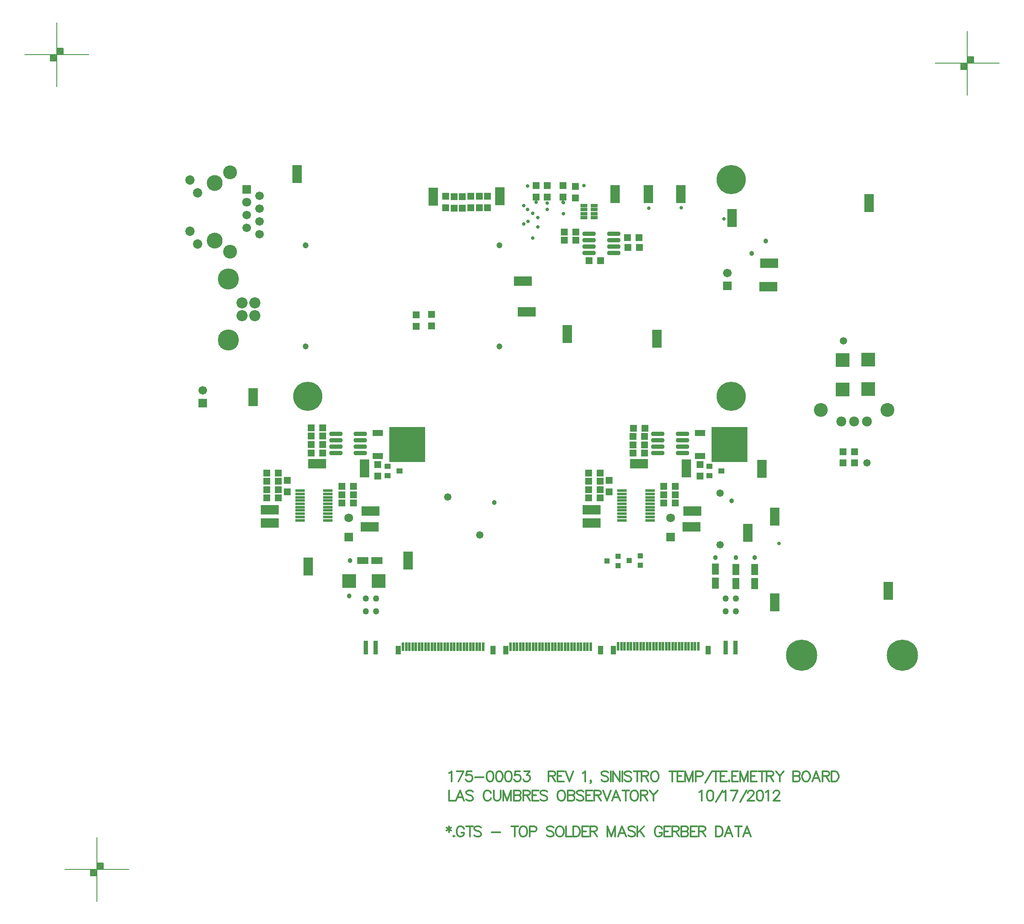
<source format=gts>
%FSLAX23Y23*%
%MOIN*%
G70*
G01*
G75*
G04 Layer_Color=8388736*
%ADD10R,0.050X0.050*%
%ADD11R,0.045X0.017*%
%ADD12R,0.050X0.050*%
%ADD13R,0.048X0.078*%
%ADD14R,0.078X0.048*%
%ADD15R,0.100X0.100*%
%ADD16R,0.272X0.268*%
%ADD17R,0.075X0.037*%
%ADD18R,0.037X0.035*%
%ADD19R,0.037X0.035*%
%ADD20R,0.036X0.036*%
%ADD21R,0.070X0.135*%
%ADD22R,0.135X0.070*%
%ADD23O,0.098X0.028*%
%ADD24R,0.065X0.012*%
%ADD25R,0.030X0.100*%
%ADD26R,0.014X0.060*%
%ADD27R,0.031X0.060*%
%ADD28R,0.100X0.100*%
%ADD29C,0.005*%
%ADD30C,0.025*%
%ADD31C,0.008*%
%ADD32C,0.010*%
%ADD33C,0.050*%
%ADD34C,0.006*%
%ADD35C,0.012*%
%ADD36C,0.012*%
%ADD37C,0.012*%
%ADD38C,0.100*%
%ADD39C,0.065*%
%ADD40C,0.116*%
%ADD41C,0.063*%
%ADD42C,0.059*%
%ADD43R,0.059X0.059*%
%ADD44C,0.157*%
%ADD45C,0.079*%
%ADD46R,0.059X0.059*%
%ADD47C,0.059*%
%ADD48C,0.020*%
%ADD49C,0.060*%
%ADD50R,0.060X0.060*%
%ADD51C,0.070*%
%ADD52C,0.039*%
%ADD53C,0.220*%
%ADD54C,0.050*%
%ADD55C,0.236*%
%ADD56C,0.030*%
%ADD57C,0.040*%
%ADD58C,0.103*%
%ADD59C,0.080*%
%ADD60C,0.168*%
%ADD61C,0.075*%
%ADD62C,0.131*%
%ADD63C,0.076*%
%ADD64C,0.075*%
G04:AMPARAMS|DCode=65|XSize=95.433mil|YSize=95.433mil|CornerRadius=0mil|HoleSize=0mil|Usage=FLASHONLY|Rotation=0.000|XOffset=0mil|YOffset=0mil|HoleType=Round|Shape=Relief|Width=10mil|Gap=10mil|Entries=4|*
%AMTHD65*
7,0,0,0.095,0.075,0.010,45*
%
%ADD65THD65*%
G04:AMPARAMS|DCode=66|XSize=90mil|YSize=90mil|CornerRadius=0mil|HoleSize=0mil|Usage=FLASHONLY|Rotation=0.000|XOffset=0mil|YOffset=0mil|HoleType=Round|Shape=Relief|Width=10mil|Gap=10mil|Entries=4|*
%AMTHD66*
7,0,0,0.090,0.070,0.010,45*
%
%ADD66THD66*%
%ADD67C,0.080*%
%ADD68C,0.206*%
G04:AMPARAMS|DCode=69|XSize=85mil|YSize=85mil|CornerRadius=0mil|HoleSize=0mil|Usage=FLASHONLY|Rotation=0.000|XOffset=0mil|YOffset=0mil|HoleType=Round|Shape=Relief|Width=10mil|Gap=10mil|Entries=4|*
%AMTHD69*
7,0,0,0.085,0.065,0.010,45*
%
%ADD69THD69*%
%ADD70C,0.158*%
G04:AMPARAMS|DCode=71|XSize=70mil|YSize=70mil|CornerRadius=0mil|HoleSize=0mil|Usage=FLASHONLY|Rotation=0.000|XOffset=0mil|YOffset=0mil|HoleType=Round|Shape=Relief|Width=10mil|Gap=10mil|Entries=4|*
%AMTHD71*
7,0,0,0.070,0.050,0.010,45*
%
%ADD71THD71*%
%ADD72C,0.068*%
%ADD73C,0.055*%
G04:AMPARAMS|DCode=74|XSize=75mil|YSize=75mil|CornerRadius=0mil|HoleSize=0mil|Usage=FLASHONLY|Rotation=0.000|XOffset=0mil|YOffset=0mil|HoleType=Round|Shape=Relief|Width=10mil|Gap=10mil|Entries=4|*
%AMTHD74*
7,0,0,0.075,0.055,0.010,45*
%
%ADD74THD74*%
G04:AMPARAMS|DCode=75|XSize=123mil|YSize=123mil|CornerRadius=0mil|HoleSize=0mil|Usage=FLASHONLY|Rotation=0.000|XOffset=0mil|YOffset=0mil|HoleType=Round|Shape=Relief|Width=10mil|Gap=10mil|Entries=4|*
%AMTHD75*
7,0,0,0.123,0.103,0.010,45*
%
%ADD75THD75*%
G04:AMPARAMS|DCode=76|XSize=100mil|YSize=100mil|CornerRadius=0mil|HoleSize=0mil|Usage=FLASHONLY|Rotation=0.000|XOffset=0mil|YOffset=0mil|HoleType=Round|Shape=Relief|Width=10mil|Gap=10mil|Entries=4|*
%AMTHD76*
7,0,0,0.100,0.080,0.010,45*
%
%ADD76THD76*%
G04:AMPARAMS|DCode=77|XSize=150.551mil|YSize=150.551mil|CornerRadius=0mil|HoleSize=0mil|Usage=FLASHONLY|Rotation=0.000|XOffset=0mil|YOffset=0mil|HoleType=Round|Shape=Relief|Width=10mil|Gap=10mil|Entries=4|*
%AMTHD77*
7,0,0,0.151,0.131,0.010,45*
%
%ADD77THD77*%
G04:AMPARAMS|DCode=78|XSize=96.221mil|YSize=96.221mil|CornerRadius=0mil|HoleSize=0mil|Usage=FLASHONLY|Rotation=0.000|XOffset=0mil|YOffset=0mil|HoleType=Round|Shape=Relief|Width=10mil|Gap=10mil|Entries=4|*
%AMTHD78*
7,0,0,0.096,0.076,0.010,45*
%
%ADD78THD78*%
G04:AMPARAMS|DCode=79|XSize=88mil|YSize=88mil|CornerRadius=0mil|HoleSize=0mil|Usage=FLASHONLY|Rotation=0.000|XOffset=0mil|YOffset=0mil|HoleType=Round|Shape=Relief|Width=10mil|Gap=10mil|Entries=4|*
%AMTHD79*
7,0,0,0.088,0.068,0.010,45*
%
%ADD79THD79*%
%ADD80R,0.100X0.025*%
%ADD81R,0.012X0.057*%
%ADD82R,0.185X0.025*%
%ADD83R,0.035X0.053*%
%ADD84R,0.053X0.053*%
%ADD85R,0.709X0.020*%
%ADD86R,0.016X0.085*%
%ADD87C,0.010*%
%ADD88C,0.010*%
%ADD89C,0.008*%
%ADD90C,0.007*%
%ADD91R,0.170X0.118*%
%ADD92R,0.058X0.058*%
%ADD93R,0.053X0.025*%
%ADD94R,0.058X0.058*%
%ADD95R,0.056X0.086*%
%ADD96R,0.086X0.056*%
%ADD97R,0.108X0.108*%
%ADD98R,0.280X0.276*%
%ADD99R,0.083X0.045*%
%ADD100R,0.045X0.043*%
%ADD101R,0.045X0.043*%
%ADD102R,0.044X0.044*%
%ADD103R,0.078X0.143*%
%ADD104R,0.143X0.078*%
%ADD105O,0.106X0.036*%
%ADD106R,0.073X0.020*%
%ADD107R,0.038X0.108*%
%ADD108R,0.022X0.068*%
%ADD109R,0.039X0.068*%
%ADD110R,0.108X0.108*%
%ADD111C,0.108*%
%ADD112C,0.073*%
%ADD113C,0.124*%
%ADD114C,0.071*%
%ADD115C,0.067*%
%ADD116R,0.067X0.067*%
%ADD117C,0.165*%
%ADD118C,0.087*%
%ADD119R,0.067X0.067*%
%ADD120C,0.067*%
%ADD121C,0.028*%
%ADD122R,0.068X0.068*%
%ADD123C,0.078*%
%ADD124C,0.047*%
%ADD125C,0.228*%
%ADD126C,0.244*%
%ADD127C,0.058*%
%ADD128C,0.038*%
D31*
X58873Y37990D02*
Y38490D01*
X58623Y38240D02*
X59123D01*
X58823Y38190D02*
X58873D01*
X58823D02*
Y38240D01*
X58873Y38290D02*
X58923D01*
Y38240D02*
Y38290D01*
X58878Y38245D02*
Y38285D01*
X58918D01*
Y38245D02*
Y38285D01*
X58878Y38245D02*
X58918D01*
X58883Y38250D02*
Y38280D01*
X58913D01*
Y38250D02*
Y38280D01*
X58888Y38250D02*
X58913D01*
X58888Y38255D02*
Y38275D01*
X58908D01*
Y38255D02*
Y38275D01*
X58893Y38255D02*
X58908D01*
X58893Y38260D02*
Y38270D01*
X58903D01*
Y38260D02*
Y38270D01*
X58893Y38260D02*
X58903D01*
X58898D02*
Y38270D01*
X58828Y38195D02*
Y38235D01*
X58868D01*
Y38195D02*
Y38235D01*
X58828Y38195D02*
X58868D01*
X58833Y38200D02*
Y38230D01*
X58863D01*
Y38200D02*
Y38230D01*
X58838Y38200D02*
X58863D01*
X58838Y38205D02*
Y38225D01*
X58858D01*
Y38205D02*
Y38225D01*
X58843Y38205D02*
X58858D01*
X58843Y38210D02*
Y38220D01*
X58853D01*
Y38210D02*
Y38220D01*
X58843Y38210D02*
X58853D01*
X58848D02*
Y38220D01*
X51765Y38056D02*
Y38556D01*
X51515Y38306D02*
X52015D01*
X51715Y38256D02*
X51765D01*
X51715D02*
Y38306D01*
X51765Y38356D02*
X51815D01*
Y38306D02*
Y38356D01*
X51770Y38311D02*
Y38351D01*
X51810D01*
Y38311D02*
Y38351D01*
X51770Y38311D02*
X51810D01*
X51775Y38316D02*
Y38346D01*
X51805D01*
Y38316D02*
Y38346D01*
X51780Y38316D02*
X51805D01*
X51780Y38321D02*
Y38341D01*
X51800D01*
Y38321D02*
Y38341D01*
X51785Y38321D02*
X51800D01*
X51785Y38326D02*
Y38336D01*
X51795D01*
Y38326D02*
Y38336D01*
X51785Y38326D02*
X51795D01*
X51790D02*
Y38336D01*
X51720Y38261D02*
Y38301D01*
X51760D01*
Y38261D02*
Y38301D01*
X51720Y38261D02*
X51760D01*
X51725Y38266D02*
Y38296D01*
X51755D01*
Y38266D02*
Y38296D01*
X51730Y38266D02*
X51755D01*
X51730Y38271D02*
Y38291D01*
X51750D01*
Y38271D02*
Y38291D01*
X51735Y38271D02*
X51750D01*
X51735Y38276D02*
Y38286D01*
X51745D01*
Y38276D02*
Y38286D01*
X51735Y38276D02*
X51745D01*
X51740D02*
Y38286D01*
X52077Y31688D02*
Y32188D01*
X51827Y31938D02*
X52327D01*
X52027Y31888D02*
X52077D01*
X52027D02*
Y31938D01*
X52077Y31988D02*
X52127D01*
Y31938D02*
Y31988D01*
X52082Y31943D02*
Y31983D01*
X52122D01*
Y31943D02*
Y31983D01*
X52082Y31943D02*
X52122D01*
X52087Y31948D02*
Y31978D01*
X52117D01*
Y31948D02*
Y31978D01*
X52092Y31948D02*
X52117D01*
X52092Y31953D02*
Y31973D01*
X52112D01*
Y31953D02*
Y31973D01*
X52097Y31953D02*
X52112D01*
X52097Y31958D02*
Y31968D01*
X52107D01*
Y31958D02*
Y31968D01*
X52097Y31958D02*
X52107D01*
X52102D02*
Y31968D01*
X52032Y31893D02*
Y31933D01*
X52072D01*
Y31893D02*
Y31933D01*
X52032Y31893D02*
X52072D01*
X52037Y31898D02*
Y31928D01*
X52067D01*
Y31898D02*
Y31928D01*
X52042Y31898D02*
X52067D01*
X52042Y31903D02*
Y31923D01*
X52062D01*
Y31903D02*
Y31923D01*
X52047Y31903D02*
X52062D01*
X52047Y31908D02*
Y31918D01*
X52057D01*
Y31908D02*
Y31918D01*
X52047Y31908D02*
X52057D01*
X52052D02*
Y31918D01*
D35*
X54826Y32275D02*
Y32230D01*
X54807Y32264D02*
X54845Y32241D01*
Y32264D02*
X54807Y32241D01*
X54865Y32203D02*
X54861Y32199D01*
X54865Y32196D01*
X54869Y32199D01*
X54865Y32203D01*
X54944Y32256D02*
X54940Y32264D01*
X54932Y32272D01*
X54925Y32275D01*
X54909D01*
X54902Y32272D01*
X54894Y32264D01*
X54890Y32256D01*
X54887Y32245D01*
Y32226D01*
X54890Y32215D01*
X54894Y32207D01*
X54902Y32199D01*
X54909Y32196D01*
X54925D01*
X54932Y32199D01*
X54940Y32207D01*
X54944Y32215D01*
Y32226D01*
X54925D02*
X54944D01*
X54989Y32275D02*
Y32196D01*
X54962Y32275D02*
X55015D01*
X55078Y32264D02*
X55071Y32272D01*
X55059Y32275D01*
X55044D01*
X55032Y32272D01*
X55025Y32264D01*
Y32256D01*
X55029Y32249D01*
X55032Y32245D01*
X55040Y32241D01*
X55063Y32234D01*
X55071Y32230D01*
X55074Y32226D01*
X55078Y32218D01*
Y32207D01*
X55071Y32199D01*
X55059Y32196D01*
X55044D01*
X55032Y32199D01*
X55025Y32207D01*
X55159Y32230D02*
X55227D01*
X55341Y32275D02*
Y32196D01*
X55314Y32275D02*
X55367D01*
X55400D02*
X55392Y32272D01*
X55384Y32264D01*
X55381Y32256D01*
X55377Y32245D01*
Y32226D01*
X55381Y32215D01*
X55384Y32207D01*
X55392Y32199D01*
X55400Y32196D01*
X55415D01*
X55422Y32199D01*
X55430Y32207D01*
X55434Y32215D01*
X55438Y32226D01*
Y32245D01*
X55434Y32256D01*
X55430Y32264D01*
X55422Y32272D01*
X55415Y32275D01*
X55400D01*
X55456Y32234D02*
X55491D01*
X55502Y32237D01*
X55506Y32241D01*
X55510Y32249D01*
Y32260D01*
X55506Y32268D01*
X55502Y32272D01*
X55491Y32275D01*
X55456D01*
Y32196D01*
X55644Y32264D02*
X55636Y32272D01*
X55625Y32275D01*
X55609D01*
X55598Y32272D01*
X55590Y32264D01*
Y32256D01*
X55594Y32249D01*
X55598Y32245D01*
X55606Y32241D01*
X55629Y32234D01*
X55636Y32230D01*
X55640Y32226D01*
X55644Y32218D01*
Y32207D01*
X55636Y32199D01*
X55625Y32196D01*
X55609D01*
X55598Y32199D01*
X55590Y32207D01*
X55685Y32275D02*
X55677Y32272D01*
X55669Y32264D01*
X55665Y32256D01*
X55662Y32245D01*
Y32226D01*
X55665Y32215D01*
X55669Y32207D01*
X55677Y32199D01*
X55685Y32196D01*
X55700D01*
X55707Y32199D01*
X55715Y32207D01*
X55719Y32215D01*
X55723Y32226D01*
Y32245D01*
X55719Y32256D01*
X55715Y32264D01*
X55707Y32272D01*
X55700Y32275D01*
X55685D01*
X55741D02*
Y32196D01*
X55787D01*
X55796Y32275D02*
Y32196D01*
Y32275D02*
X55822D01*
X55834Y32272D01*
X55841Y32264D01*
X55845Y32256D01*
X55849Y32245D01*
Y32226D01*
X55845Y32215D01*
X55841Y32207D01*
X55834Y32199D01*
X55822Y32196D01*
X55796D01*
X55916Y32275D02*
X55867D01*
Y32196D01*
X55916D01*
X55867Y32237D02*
X55897D01*
X55930Y32275D02*
Y32196D01*
Y32275D02*
X55964D01*
X55976Y32272D01*
X55979Y32268D01*
X55983Y32260D01*
Y32253D01*
X55979Y32245D01*
X55976Y32241D01*
X55964Y32237D01*
X55930D01*
X55956D02*
X55983Y32196D01*
X56064Y32275D02*
Y32196D01*
Y32275D02*
X56094Y32196D01*
X56125Y32275D02*
X56094Y32196D01*
X56125Y32275D02*
Y32196D01*
X56209D02*
X56178Y32275D01*
X56148Y32196D01*
X56159Y32222D02*
X56197D01*
X56281Y32264D02*
X56273Y32272D01*
X56262Y32275D01*
X56246D01*
X56235Y32272D01*
X56227Y32264D01*
Y32256D01*
X56231Y32249D01*
X56235Y32245D01*
X56243Y32241D01*
X56265Y32234D01*
X56273Y32230D01*
X56277Y32226D01*
X56281Y32218D01*
Y32207D01*
X56273Y32199D01*
X56262Y32196D01*
X56246D01*
X56235Y32199D01*
X56227Y32207D01*
X56298Y32275D02*
Y32196D01*
X56352Y32275D02*
X56298Y32222D01*
X56318Y32241D02*
X56352Y32196D01*
X56490Y32256D02*
X56486Y32264D01*
X56478Y32272D01*
X56471Y32275D01*
X56455D01*
X56448Y32272D01*
X56440Y32264D01*
X56436Y32256D01*
X56433Y32245D01*
Y32226D01*
X56436Y32215D01*
X56440Y32207D01*
X56448Y32199D01*
X56455Y32196D01*
X56471D01*
X56478Y32199D01*
X56486Y32207D01*
X56490Y32215D01*
Y32226D01*
X56471D02*
X56490D01*
X56557Y32275D02*
X56508D01*
Y32196D01*
X56557D01*
X56508Y32237D02*
X56538D01*
X56571Y32275D02*
Y32196D01*
Y32275D02*
X56605D01*
X56617Y32272D01*
X56620Y32268D01*
X56624Y32260D01*
Y32253D01*
X56620Y32245D01*
X56617Y32241D01*
X56605Y32237D01*
X56571D01*
X56597D02*
X56624Y32196D01*
X56642Y32275D02*
Y32196D01*
Y32275D02*
X56676D01*
X56688Y32272D01*
X56692Y32268D01*
X56695Y32260D01*
Y32253D01*
X56692Y32245D01*
X56688Y32241D01*
X56676Y32237D01*
X56642D02*
X56676D01*
X56688Y32234D01*
X56692Y32230D01*
X56695Y32222D01*
Y32211D01*
X56692Y32203D01*
X56688Y32199D01*
X56676Y32196D01*
X56642D01*
X56763Y32275D02*
X56713D01*
Y32196D01*
X56763D01*
X56713Y32237D02*
X56744D01*
X56776Y32275D02*
Y32196D01*
Y32275D02*
X56810D01*
X56822Y32272D01*
X56826Y32268D01*
X56829Y32260D01*
Y32253D01*
X56826Y32245D01*
X56822Y32241D01*
X56810Y32237D01*
X56776D01*
X56803D02*
X56829Y32196D01*
X56910Y32275D02*
Y32196D01*
Y32275D02*
X56937D01*
X56948Y32272D01*
X56956Y32264D01*
X56960Y32256D01*
X56963Y32245D01*
Y32226D01*
X56960Y32215D01*
X56956Y32207D01*
X56948Y32199D01*
X56937Y32196D01*
X56910D01*
X57042D02*
X57012Y32275D01*
X56981Y32196D01*
X56993Y32222D02*
X57031D01*
X57088Y32275D02*
Y32196D01*
X57061Y32275D02*
X57114D01*
X57185Y32196D02*
X57154Y32275D01*
X57124Y32196D01*
X57135Y32222D02*
X57173D01*
D36*
X54828Y32556D02*
Y32476D01*
X54874D01*
X54943D02*
X54913Y32556D01*
X54882Y32476D01*
X54894Y32503D02*
X54932D01*
X55015Y32545D02*
X55008Y32552D01*
X54996Y32556D01*
X54981D01*
X54970Y32552D01*
X54962Y32545D01*
Y32537D01*
X54966Y32529D01*
X54970Y32526D01*
X54977Y32522D01*
X55000Y32514D01*
X55008Y32510D01*
X55012Y32507D01*
X55015Y32499D01*
Y32487D01*
X55008Y32480D01*
X54996Y32476D01*
X54981D01*
X54970Y32480D01*
X54962Y32487D01*
X55153Y32537D02*
X55149Y32545D01*
X55142Y32552D01*
X55134Y32556D01*
X55119D01*
X55111Y32552D01*
X55104Y32545D01*
X55100Y32537D01*
X55096Y32526D01*
Y32507D01*
X55100Y32495D01*
X55104Y32487D01*
X55111Y32480D01*
X55119Y32476D01*
X55134D01*
X55142Y32480D01*
X55149Y32487D01*
X55153Y32495D01*
X55176Y32556D02*
Y32499D01*
X55180Y32487D01*
X55187Y32480D01*
X55199Y32476D01*
X55206D01*
X55218Y32480D01*
X55225Y32487D01*
X55229Y32499D01*
Y32556D01*
X55251D02*
Y32476D01*
Y32556D02*
X55282Y32476D01*
X55312Y32556D02*
X55282Y32476D01*
X55312Y32556D02*
Y32476D01*
X55335Y32556D02*
Y32476D01*
Y32556D02*
X55369D01*
X55381Y32552D01*
X55384Y32548D01*
X55388Y32541D01*
Y32533D01*
X55384Y32526D01*
X55381Y32522D01*
X55369Y32518D01*
X55335D02*
X55369D01*
X55381Y32514D01*
X55384Y32510D01*
X55388Y32503D01*
Y32491D01*
X55384Y32484D01*
X55381Y32480D01*
X55369Y32476D01*
X55335D01*
X55406Y32556D02*
Y32476D01*
Y32556D02*
X55440D01*
X55452Y32552D01*
X55456Y32548D01*
X55460Y32541D01*
Y32533D01*
X55456Y32526D01*
X55452Y32522D01*
X55440Y32518D01*
X55406D01*
X55433D02*
X55460Y32476D01*
X55527Y32556D02*
X55477D01*
Y32476D01*
X55527D01*
X55477Y32518D02*
X55508D01*
X55594Y32545D02*
X55586Y32552D01*
X55575Y32556D01*
X55559D01*
X55548Y32552D01*
X55540Y32545D01*
Y32537D01*
X55544Y32529D01*
X55548Y32526D01*
X55555Y32522D01*
X55578Y32514D01*
X55586Y32510D01*
X55590Y32507D01*
X55594Y32499D01*
Y32487D01*
X55586Y32480D01*
X55575Y32476D01*
X55559D01*
X55548Y32480D01*
X55540Y32487D01*
X55697Y32556D02*
X55690Y32552D01*
X55682Y32545D01*
X55678Y32537D01*
X55674Y32526D01*
Y32507D01*
X55678Y32495D01*
X55682Y32487D01*
X55690Y32480D01*
X55697Y32476D01*
X55712D01*
X55720Y32480D01*
X55728Y32487D01*
X55731Y32495D01*
X55735Y32507D01*
Y32526D01*
X55731Y32537D01*
X55728Y32545D01*
X55720Y32552D01*
X55712Y32556D01*
X55697D01*
X55754D02*
Y32476D01*
Y32556D02*
X55788D01*
X55800Y32552D01*
X55803Y32548D01*
X55807Y32541D01*
Y32533D01*
X55803Y32526D01*
X55800Y32522D01*
X55788Y32518D01*
X55754D02*
X55788D01*
X55800Y32514D01*
X55803Y32510D01*
X55807Y32503D01*
Y32491D01*
X55803Y32484D01*
X55800Y32480D01*
X55788Y32476D01*
X55754D01*
X55878Y32545D02*
X55871Y32552D01*
X55859Y32556D01*
X55844D01*
X55833Y32552D01*
X55825Y32545D01*
Y32537D01*
X55829Y32529D01*
X55833Y32526D01*
X55840Y32522D01*
X55863Y32514D01*
X55871Y32510D01*
X55875Y32507D01*
X55878Y32499D01*
Y32487D01*
X55871Y32480D01*
X55859Y32476D01*
X55844D01*
X55833Y32480D01*
X55825Y32487D01*
X55946Y32556D02*
X55896D01*
Y32476D01*
X55946D01*
X55896Y32518D02*
X55927D01*
X55959Y32556D02*
Y32476D01*
Y32556D02*
X55993D01*
X56005Y32552D01*
X56009Y32548D01*
X56013Y32541D01*
Y32533D01*
X56009Y32526D01*
X56005Y32522D01*
X55993Y32518D01*
X55959D01*
X55986D02*
X56013Y32476D01*
X56030Y32556D02*
X56061Y32476D01*
X56091Y32556D02*
X56061Y32476D01*
X56163D02*
X56132Y32556D01*
X56102Y32476D01*
X56113Y32503D02*
X56151D01*
X56208Y32556D02*
Y32476D01*
X56181Y32556D02*
X56235D01*
X56267D02*
X56259Y32552D01*
X56252Y32545D01*
X56248Y32537D01*
X56244Y32526D01*
Y32507D01*
X56248Y32495D01*
X56252Y32487D01*
X56259Y32480D01*
X56267Y32476D01*
X56282D01*
X56290Y32480D01*
X56297Y32487D01*
X56301Y32495D01*
X56305Y32507D01*
Y32526D01*
X56301Y32537D01*
X56297Y32545D01*
X56290Y32552D01*
X56282Y32556D01*
X56267D01*
X56324D02*
Y32476D01*
Y32556D02*
X56358D01*
X56369Y32552D01*
X56373Y32548D01*
X56377Y32541D01*
Y32533D01*
X56373Y32526D01*
X56369Y32522D01*
X56358Y32518D01*
X56324D01*
X56350D02*
X56377Y32476D01*
X56395Y32556D02*
X56425Y32518D01*
Y32476D01*
X56456Y32556D02*
X56425Y32518D01*
X56780Y32541D02*
X56788Y32545D01*
X56799Y32556D01*
Y32476D01*
X56862Y32556D02*
X56850Y32552D01*
X56843Y32541D01*
X56839Y32522D01*
Y32510D01*
X56843Y32491D01*
X56850Y32480D01*
X56862Y32476D01*
X56869D01*
X56881Y32480D01*
X56889Y32491D01*
X56892Y32510D01*
Y32522D01*
X56889Y32541D01*
X56881Y32552D01*
X56869Y32556D01*
X56862D01*
X56910Y32465D02*
X56964Y32556D01*
X56969Y32541D02*
X56977Y32545D01*
X56988Y32556D01*
Y32476D01*
X57081Y32556D02*
X57043Y32476D01*
X57028Y32556D02*
X57081D01*
X57099Y32465D02*
X57152Y32556D01*
X57161Y32537D02*
Y32541D01*
X57165Y32548D01*
X57169Y32552D01*
X57176Y32556D01*
X57192D01*
X57199Y32552D01*
X57203Y32548D01*
X57207Y32541D01*
Y32533D01*
X57203Y32526D01*
X57196Y32514D01*
X57157Y32476D01*
X57211D01*
X57252Y32556D02*
X57240Y32552D01*
X57232Y32541D01*
X57229Y32522D01*
Y32510D01*
X57232Y32491D01*
X57240Y32480D01*
X57252Y32476D01*
X57259D01*
X57271Y32480D01*
X57278Y32491D01*
X57282Y32510D01*
Y32522D01*
X57278Y32541D01*
X57271Y32552D01*
X57259Y32556D01*
X57252D01*
X57300Y32541D02*
X57307Y32545D01*
X57319Y32556D01*
Y32476D01*
X57362Y32537D02*
Y32541D01*
X57366Y32548D01*
X57370Y32552D01*
X57378Y32556D01*
X57393D01*
X57400Y32552D01*
X57404Y32548D01*
X57408Y32541D01*
Y32533D01*
X57404Y32526D01*
X57397Y32514D01*
X57359Y32476D01*
X57412D01*
D37*
X54828Y32691D02*
X54836Y32695D01*
X54847Y32706D01*
Y32626D01*
X54940Y32706D02*
X54902Y32626D01*
X54887Y32706D02*
X54940D01*
X55004D02*
X54966D01*
X54962Y32672D01*
X54966Y32676D01*
X54977Y32679D01*
X54988D01*
X55000Y32676D01*
X55007Y32668D01*
X55011Y32657D01*
Y32649D01*
X55007Y32638D01*
X55000Y32630D01*
X54988Y32626D01*
X54977D01*
X54966Y32630D01*
X54962Y32634D01*
X54958Y32641D01*
X55029Y32660D02*
X55098D01*
X55144Y32706D02*
X55133Y32702D01*
X55125Y32691D01*
X55121Y32672D01*
Y32660D01*
X55125Y32641D01*
X55133Y32630D01*
X55144Y32626D01*
X55152D01*
X55163Y32630D01*
X55171Y32641D01*
X55175Y32660D01*
Y32672D01*
X55171Y32691D01*
X55163Y32702D01*
X55152Y32706D01*
X55144D01*
X55215D02*
X55204Y32702D01*
X55196Y32691D01*
X55193Y32672D01*
Y32660D01*
X55196Y32641D01*
X55204Y32630D01*
X55215Y32626D01*
X55223D01*
X55234Y32630D01*
X55242Y32641D01*
X55246Y32660D01*
Y32672D01*
X55242Y32691D01*
X55234Y32702D01*
X55223Y32706D01*
X55215D01*
X55287D02*
X55275Y32702D01*
X55268Y32691D01*
X55264Y32672D01*
Y32660D01*
X55268Y32641D01*
X55275Y32630D01*
X55287Y32626D01*
X55294D01*
X55306Y32630D01*
X55313Y32641D01*
X55317Y32660D01*
Y32672D01*
X55313Y32691D01*
X55306Y32702D01*
X55294Y32706D01*
X55287D01*
X55381D02*
X55343D01*
X55339Y32672D01*
X55343Y32676D01*
X55354Y32679D01*
X55365D01*
X55377Y32676D01*
X55384Y32668D01*
X55388Y32657D01*
Y32649D01*
X55384Y32638D01*
X55377Y32630D01*
X55365Y32626D01*
X55354D01*
X55343Y32630D01*
X55339Y32634D01*
X55335Y32641D01*
X55414Y32706D02*
X55456D01*
X55433Y32676D01*
X55444D01*
X55452Y32672D01*
X55456Y32668D01*
X55460Y32657D01*
Y32649D01*
X55456Y32638D01*
X55448Y32630D01*
X55437Y32626D01*
X55425D01*
X55414Y32630D01*
X55410Y32634D01*
X55406Y32641D01*
X55603Y32706D02*
Y32626D01*
Y32706D02*
X55637D01*
X55649Y32702D01*
X55653Y32698D01*
X55656Y32691D01*
Y32683D01*
X55653Y32676D01*
X55649Y32672D01*
X55637Y32668D01*
X55603D01*
X55630D02*
X55656Y32626D01*
X55724Y32706D02*
X55674D01*
Y32626D01*
X55724D01*
X55674Y32668D02*
X55705D01*
X55737Y32706D02*
X55768Y32626D01*
X55798Y32706D02*
X55768Y32626D01*
X55871Y32691D02*
X55879Y32695D01*
X55890Y32706D01*
Y32626D01*
X55938Y32630D02*
X55934Y32626D01*
X55930Y32630D01*
X55934Y32634D01*
X55938Y32630D01*
Y32622D01*
X55934Y32615D01*
X55930Y32611D01*
X56071Y32695D02*
X56064Y32702D01*
X56052Y32706D01*
X56037D01*
X56025Y32702D01*
X56018Y32695D01*
Y32687D01*
X56022Y32679D01*
X56025Y32676D01*
X56033Y32672D01*
X56056Y32664D01*
X56064Y32660D01*
X56067Y32657D01*
X56071Y32649D01*
Y32638D01*
X56064Y32630D01*
X56052Y32626D01*
X56037D01*
X56025Y32630D01*
X56018Y32638D01*
X56089Y32706D02*
Y32626D01*
X56106Y32706D02*
Y32626D01*
Y32706D02*
X56159Y32626D01*
Y32706D02*
Y32626D01*
X56181Y32706D02*
Y32626D01*
X56251Y32695D02*
X56244Y32702D01*
X56232Y32706D01*
X56217D01*
X56206Y32702D01*
X56198Y32695D01*
Y32687D01*
X56202Y32679D01*
X56206Y32676D01*
X56213Y32672D01*
X56236Y32664D01*
X56244Y32660D01*
X56248Y32657D01*
X56251Y32649D01*
Y32638D01*
X56244Y32630D01*
X56232Y32626D01*
X56217D01*
X56206Y32630D01*
X56198Y32638D01*
X56296Y32706D02*
Y32626D01*
X56269Y32706D02*
X56323D01*
X56332D02*
Y32626D01*
Y32706D02*
X56366D01*
X56378Y32702D01*
X56382Y32698D01*
X56385Y32691D01*
Y32683D01*
X56382Y32676D01*
X56378Y32672D01*
X56366Y32668D01*
X56332D01*
X56359D02*
X56385Y32626D01*
X56426Y32706D02*
X56419Y32702D01*
X56411Y32695D01*
X56407Y32687D01*
X56403Y32676D01*
Y32657D01*
X56407Y32645D01*
X56411Y32638D01*
X56419Y32630D01*
X56426Y32626D01*
X56441D01*
X56449Y32630D01*
X56457Y32638D01*
X56460Y32645D01*
X56464Y32657D01*
Y32676D01*
X56460Y32687D01*
X56457Y32695D01*
X56449Y32702D01*
X56441Y32706D01*
X56426D01*
X56572D02*
Y32626D01*
X56546Y32706D02*
X56599D01*
X56658D02*
X56609D01*
Y32626D01*
X56658D01*
X56609Y32668D02*
X56639D01*
X56671Y32706D02*
Y32626D01*
Y32706D02*
X56702Y32626D01*
X56732Y32706D02*
X56702Y32626D01*
X56732Y32706D02*
Y32626D01*
X56755Y32664D02*
X56790D01*
X56801Y32668D01*
X56805Y32672D01*
X56809Y32679D01*
Y32691D01*
X56805Y32698D01*
X56801Y32702D01*
X56790Y32706D01*
X56755D01*
Y32626D01*
X56826Y32615D02*
X56880Y32706D01*
X56912D02*
Y32626D01*
X56885Y32706D02*
X56938D01*
X56997D02*
X56948D01*
Y32626D01*
X56997D01*
X56948Y32668D02*
X56978D01*
X57015Y32634D02*
X57011Y32630D01*
X57015Y32626D01*
X57018Y32630D01*
X57015Y32634D01*
X57085Y32706D02*
X57036D01*
Y32626D01*
X57085D01*
X57036Y32668D02*
X57066D01*
X57099Y32706D02*
Y32626D01*
Y32706D02*
X57129Y32626D01*
X57160Y32706D02*
X57129Y32626D01*
X57160Y32706D02*
Y32626D01*
X57232Y32706D02*
X57183D01*
Y32626D01*
X57232D01*
X57183Y32668D02*
X57213D01*
X57272Y32706D02*
Y32626D01*
X57245Y32706D02*
X57299D01*
X57308D02*
Y32626D01*
Y32706D02*
X57343D01*
X57354Y32702D01*
X57358Y32698D01*
X57362Y32691D01*
Y32683D01*
X57358Y32676D01*
X57354Y32672D01*
X57343Y32668D01*
X57308D01*
X57335D02*
X57362Y32626D01*
X57379Y32706D02*
X57410Y32668D01*
Y32626D01*
X57440Y32706D02*
X57410Y32668D01*
X57514Y32706D02*
Y32626D01*
Y32706D02*
X57548D01*
X57559Y32702D01*
X57563Y32698D01*
X57567Y32691D01*
Y32683D01*
X57563Y32676D01*
X57559Y32672D01*
X57548Y32668D01*
X57514D02*
X57548D01*
X57559Y32664D01*
X57563Y32660D01*
X57567Y32653D01*
Y32641D01*
X57563Y32634D01*
X57559Y32630D01*
X57548Y32626D01*
X57514D01*
X57608Y32706D02*
X57600Y32702D01*
X57592Y32695D01*
X57589Y32687D01*
X57585Y32676D01*
Y32657D01*
X57589Y32645D01*
X57592Y32638D01*
X57600Y32630D01*
X57608Y32626D01*
X57623D01*
X57630Y32630D01*
X57638Y32638D01*
X57642Y32645D01*
X57646Y32657D01*
Y32676D01*
X57642Y32687D01*
X57638Y32695D01*
X57630Y32702D01*
X57623Y32706D01*
X57608D01*
X57725Y32626D02*
X57695Y32706D01*
X57664Y32626D01*
X57676Y32653D02*
X57714D01*
X57744Y32706D02*
Y32626D01*
Y32706D02*
X57778D01*
X57790Y32702D01*
X57793Y32698D01*
X57797Y32691D01*
Y32683D01*
X57793Y32676D01*
X57790Y32672D01*
X57778Y32668D01*
X57744D01*
X57771D02*
X57797Y32626D01*
X57815Y32706D02*
Y32626D01*
Y32706D02*
X57842D01*
X57853Y32702D01*
X57861Y32695D01*
X57865Y32687D01*
X57869Y32676D01*
Y32657D01*
X57865Y32645D01*
X57861Y32638D01*
X57853Y32630D01*
X57842Y32626D01*
X57815D01*
D54*
X57066Y34055D02*
D03*
X56986D02*
D03*
X56986Y33955D02*
D03*
X57066D02*
D03*
X54176D02*
D03*
Y34055D02*
D03*
X54256D02*
D03*
Y33955D02*
D03*
D72*
X54043Y34685D02*
D03*
X56557D02*
D03*
D92*
X55718Y37193D02*
D03*
Y37283D02*
D03*
X55815Y37187D02*
D03*
Y37277D02*
D03*
X55507Y37191D02*
D03*
Y37281D02*
D03*
X55594Y37191D02*
D03*
Y37281D02*
D03*
X54801Y37108D02*
D03*
Y37198D02*
D03*
X55128Y37109D02*
D03*
Y37199D02*
D03*
X53564Y34979D02*
D03*
Y34889D02*
D03*
X56078Y34979D02*
D03*
Y34889D02*
D03*
X54691Y36274D02*
D03*
Y36184D02*
D03*
X54572Y36272D02*
D03*
Y36182D02*
D03*
X54929Y37106D02*
D03*
Y37196D02*
D03*
X54866Y37197D02*
D03*
Y37107D02*
D03*
X54998Y37108D02*
D03*
Y37198D02*
D03*
X55064Y37199D02*
D03*
Y37109D02*
D03*
X54272Y35103D02*
D03*
Y35013D02*
D03*
X56786Y35103D02*
D03*
Y35013D02*
D03*
D93*
X55959Y37032D02*
D03*
Y37063D02*
D03*
Y37095D02*
D03*
Y37126D02*
D03*
X55882D02*
D03*
Y37095D02*
D03*
Y37063D02*
D03*
Y37032D02*
D03*
D94*
X57993Y35203D02*
D03*
X57903D02*
D03*
X56312Y36874D02*
D03*
X56222D02*
D03*
X56011Y36696D02*
D03*
X55921D02*
D03*
X53752Y35389D02*
D03*
X53842D02*
D03*
X56266Y35385D02*
D03*
X56356D02*
D03*
X53990Y34932D02*
D03*
X54080D02*
D03*
X56504D02*
D03*
X56594D02*
D03*
X53494Y35034D02*
D03*
X53404D02*
D03*
X56008D02*
D03*
X55918D02*
D03*
X53494Y34841D02*
D03*
X53404D02*
D03*
X56008D02*
D03*
X55918D02*
D03*
X53990Y34802D02*
D03*
X54080D02*
D03*
X56504D02*
D03*
X56594D02*
D03*
X55727Y36920D02*
D03*
X55817D02*
D03*
X55816Y36854D02*
D03*
X55726D02*
D03*
X56223Y36798D02*
D03*
X56313D02*
D03*
X53990Y34867D02*
D03*
X54080D02*
D03*
X56504D02*
D03*
X56594D02*
D03*
X53494Y34971D02*
D03*
X53404D02*
D03*
X56008D02*
D03*
X55918D02*
D03*
X53750Y35259D02*
D03*
X53840D02*
D03*
X56264Y35256D02*
D03*
X56354D02*
D03*
X53841Y35325D02*
D03*
X53751D02*
D03*
X56355Y35322D02*
D03*
X56265D02*
D03*
X53494Y34905D02*
D03*
X53404D02*
D03*
X56008D02*
D03*
X55918D02*
D03*
X53839Y35193D02*
D03*
X53749D02*
D03*
X56354Y35191D02*
D03*
X56264D02*
D03*
X57904Y35115D02*
D03*
X57994D02*
D03*
D95*
X56908Y34287D02*
D03*
Y34177D02*
D03*
X57068Y34172D02*
D03*
Y34282D02*
D03*
X57213Y34282D02*
D03*
Y34172D02*
D03*
D96*
X54153Y34352D02*
D03*
X54263D02*
D03*
D97*
X54278Y34192D02*
D03*
X54048D02*
D03*
D98*
X54502Y35259D02*
D03*
X57016D02*
D03*
D99*
X54272Y35170D02*
D03*
Y35349D02*
D03*
X56786Y35170D02*
D03*
Y35349D02*
D03*
D100*
X54348Y35090D02*
D03*
X54440Y35053D02*
D03*
X56862Y35090D02*
D03*
X56954Y35053D02*
D03*
D101*
X54348Y35015D02*
D03*
X56862D02*
D03*
D102*
X56148Y34387D02*
D03*
X56062Y34350D02*
D03*
X56148Y34313D02*
D03*
X56319Y34388D02*
D03*
X56233Y34351D02*
D03*
X56319Y34314D02*
D03*
D103*
X54705Y37196D02*
D03*
X55223Y37200D02*
D03*
X54166Y35073D02*
D03*
X56680D02*
D03*
X53640Y37372D02*
D03*
X58256Y34115D02*
D03*
X53298Y35628D02*
D03*
X58106Y37144D02*
D03*
X57162Y34570D02*
D03*
X57369Y34025D02*
D03*
X53727Y34306D02*
D03*
X57271Y35070D02*
D03*
X57372Y34694D02*
D03*
X54506Y34352D02*
D03*
X56123Y37215D02*
D03*
X56383D02*
D03*
X56638D02*
D03*
X57038Y37029D02*
D03*
X55750Y36123D02*
D03*
X56452Y36085D02*
D03*
D104*
X53797Y35109D02*
D03*
X56311D02*
D03*
X57320Y36493D02*
D03*
X57328Y36675D02*
D03*
X55403Y36536D02*
D03*
X55434Y36296D02*
D03*
X54213Y34739D02*
D03*
X56727D02*
D03*
X53427Y34748D02*
D03*
X55941D02*
D03*
X53427Y34645D02*
D03*
X55941D02*
D03*
X54208Y34615D02*
D03*
X56722D02*
D03*
D105*
X55921Y36905D02*
D03*
Y36855D02*
D03*
Y36805D02*
D03*
Y36755D02*
D03*
X56113Y36905D02*
D03*
Y36855D02*
D03*
Y36805D02*
D03*
Y36755D02*
D03*
X53943Y35341D02*
D03*
Y35291D02*
D03*
Y35241D02*
D03*
Y35191D02*
D03*
X54135Y35341D02*
D03*
Y35291D02*
D03*
Y35241D02*
D03*
Y35191D02*
D03*
X56457Y35341D02*
D03*
Y35291D02*
D03*
Y35241D02*
D03*
Y35191D02*
D03*
X56649Y35341D02*
D03*
Y35291D02*
D03*
Y35241D02*
D03*
Y35191D02*
D03*
D106*
X53882Y34667D02*
D03*
Y34693D02*
D03*
Y34719D02*
D03*
Y34744D02*
D03*
Y34770D02*
D03*
Y34795D02*
D03*
Y34821D02*
D03*
X53664Y34667D02*
D03*
Y34693D02*
D03*
Y34719D02*
D03*
Y34744D02*
D03*
Y34770D02*
D03*
Y34795D02*
D03*
Y34821D02*
D03*
Y34844D02*
D03*
X53882D02*
D03*
X53664Y34872D02*
D03*
X53882D02*
D03*
X53664Y34898D02*
D03*
X53882D02*
D03*
X56396Y34667D02*
D03*
Y34693D02*
D03*
Y34719D02*
D03*
Y34744D02*
D03*
Y34770D02*
D03*
Y34795D02*
D03*
Y34821D02*
D03*
X56178Y34667D02*
D03*
Y34693D02*
D03*
Y34719D02*
D03*
Y34744D02*
D03*
Y34770D02*
D03*
Y34795D02*
D03*
Y34821D02*
D03*
Y34844D02*
D03*
X56396D02*
D03*
X56178Y34872D02*
D03*
X56396D02*
D03*
X56178Y34898D02*
D03*
X56396D02*
D03*
D107*
X57065Y33671D02*
D03*
X56986D02*
D03*
X54255Y33671D02*
D03*
X54176D02*
D03*
D108*
X54468Y33680D02*
D03*
X54493D02*
D03*
X54518D02*
D03*
X54543D02*
D03*
X54568D02*
D03*
X54593D02*
D03*
X54618D02*
D03*
X54643D02*
D03*
X54668D02*
D03*
X54693D02*
D03*
X54718D02*
D03*
X54743D02*
D03*
X54768D02*
D03*
X54793D02*
D03*
X54818D02*
D03*
X54843D02*
D03*
X54868D02*
D03*
X54893D02*
D03*
X54918D02*
D03*
X54943D02*
D03*
X54968D02*
D03*
X54993D02*
D03*
X55018D02*
D03*
X55043D02*
D03*
X55068D02*
D03*
X55093D02*
D03*
X55308D02*
D03*
X55333D02*
D03*
X55358D02*
D03*
X55383D02*
D03*
X55408D02*
D03*
X55433D02*
D03*
X55458D02*
D03*
X55483D02*
D03*
X55508D02*
D03*
X55533D02*
D03*
X55558D02*
D03*
X55583D02*
D03*
X55608D02*
D03*
X55633D02*
D03*
X55658D02*
D03*
X55683D02*
D03*
X55708D02*
D03*
X55733D02*
D03*
X55758D02*
D03*
X55783D02*
D03*
X55808D02*
D03*
X55833D02*
D03*
X55858D02*
D03*
X55883D02*
D03*
X55908D02*
D03*
X55933D02*
D03*
X56148Y33681D02*
D03*
X56173D02*
D03*
X56198D02*
D03*
X56223D02*
D03*
X56248D02*
D03*
X56273D02*
D03*
X56298D02*
D03*
X56323D02*
D03*
X56348D02*
D03*
X56373D02*
D03*
X56398D02*
D03*
X56423D02*
D03*
X56448D02*
D03*
X56473D02*
D03*
X56498D02*
D03*
X56523D02*
D03*
X56548D02*
D03*
X56573D02*
D03*
X56598D02*
D03*
X56623D02*
D03*
X56648D02*
D03*
X56673D02*
D03*
X56698D02*
D03*
X56723D02*
D03*
X56748D02*
D03*
X56773D02*
D03*
D109*
X54430Y33653D02*
D03*
X55170D02*
D03*
X55270D02*
D03*
X56010D02*
D03*
X56850D02*
D03*
X56110D02*
D03*
D110*
X58100Y35922D02*
D03*
Y35692D02*
D03*
X57901Y35920D02*
D03*
Y35690D02*
D03*
D111*
X53117Y36766D02*
D03*
Y37386D02*
D03*
X58249Y35530D02*
D03*
X57729D02*
D03*
D112*
X52864Y36827D02*
D03*
X52804Y36927D02*
D03*
X52864Y37225D02*
D03*
X52804Y37325D02*
D03*
D113*
X52997Y36851D02*
D03*
Y37301D02*
D03*
D114*
X53247Y37151D02*
D03*
D115*
Y37051D02*
D03*
X53347Y37101D02*
D03*
Y37001D02*
D03*
X53247Y36951D02*
D03*
X53347Y37201D02*
D03*
Y36901D02*
D03*
D116*
X53247Y37251D02*
D03*
D117*
X53105Y36077D02*
D03*
Y36552D02*
D03*
D118*
X53212Y36265D02*
D03*
Y36364D02*
D03*
X53310D02*
D03*
Y36265D02*
D03*
D119*
X57001Y36498D02*
D03*
X52904Y35581D02*
D03*
D120*
X57001Y36598D02*
D03*
X52904Y35681D02*
D03*
D121*
X54581Y35338D02*
D03*
Y35279D02*
D03*
Y35220D02*
D03*
Y35161D02*
D03*
X54522Y35181D02*
D03*
Y35240D02*
D03*
Y35299D02*
D03*
Y35358D02*
D03*
X54463Y35338D02*
D03*
Y35279D02*
D03*
Y35220D02*
D03*
Y35161D02*
D03*
X54404Y35181D02*
D03*
Y35240D02*
D03*
Y35299D02*
D03*
Y35358D02*
D03*
X57095Y35338D02*
D03*
Y35279D02*
D03*
Y35220D02*
D03*
Y35161D02*
D03*
X57036Y35181D02*
D03*
Y35240D02*
D03*
Y35299D02*
D03*
Y35358D02*
D03*
X56977Y35338D02*
D03*
Y35279D02*
D03*
Y35220D02*
D03*
Y35161D02*
D03*
X56918Y35181D02*
D03*
Y35240D02*
D03*
Y35299D02*
D03*
Y35358D02*
D03*
X56975Y37023D02*
D03*
X56641Y37110D02*
D03*
X56387Y37107D02*
D03*
X55718Y37151D02*
D03*
X55722Y37063D02*
D03*
X55719Y37150D02*
D03*
X55594Y37094D02*
D03*
X55593Y37147D02*
D03*
X55507Y37151D02*
D03*
X55441Y37278D02*
D03*
X55881Y37282D02*
D03*
X55521Y36958D02*
D03*
Y37032D02*
D03*
X55481Y36872D02*
D03*
Y37064D02*
D03*
X55443Y37001D02*
D03*
X55440Y37095D02*
D03*
X55411Y36982D02*
D03*
Y37126D02*
D03*
X57405Y34484D02*
D03*
D122*
X54043Y34535D02*
D03*
X56557D02*
D03*
D123*
X57889Y35439D02*
D03*
X57989D02*
D03*
X58089D02*
D03*
D124*
X55221Y36814D02*
D03*
X53706D02*
D03*
X55221Y36024D02*
D03*
X53706D02*
D03*
D125*
X57031Y37329D02*
D03*
Y35636D02*
D03*
X53724D02*
D03*
D126*
X57579Y33611D02*
D03*
X58367D02*
D03*
D127*
X58092Y35115D02*
D03*
X57908Y36068D02*
D03*
X55068Y34551D02*
D03*
X56943Y34475D02*
D03*
X56945Y34878D02*
D03*
X54817Y34849D02*
D03*
D128*
X57299Y36849D02*
D03*
X57192Y36753D02*
D03*
X55182Y34807D02*
D03*
X57035Y34820D02*
D03*
X54048Y34077D02*
D03*
X54053Y34352D02*
D03*
X57213Y34377D02*
D03*
X57068D02*
D03*
X56908D02*
D03*
M02*

</source>
